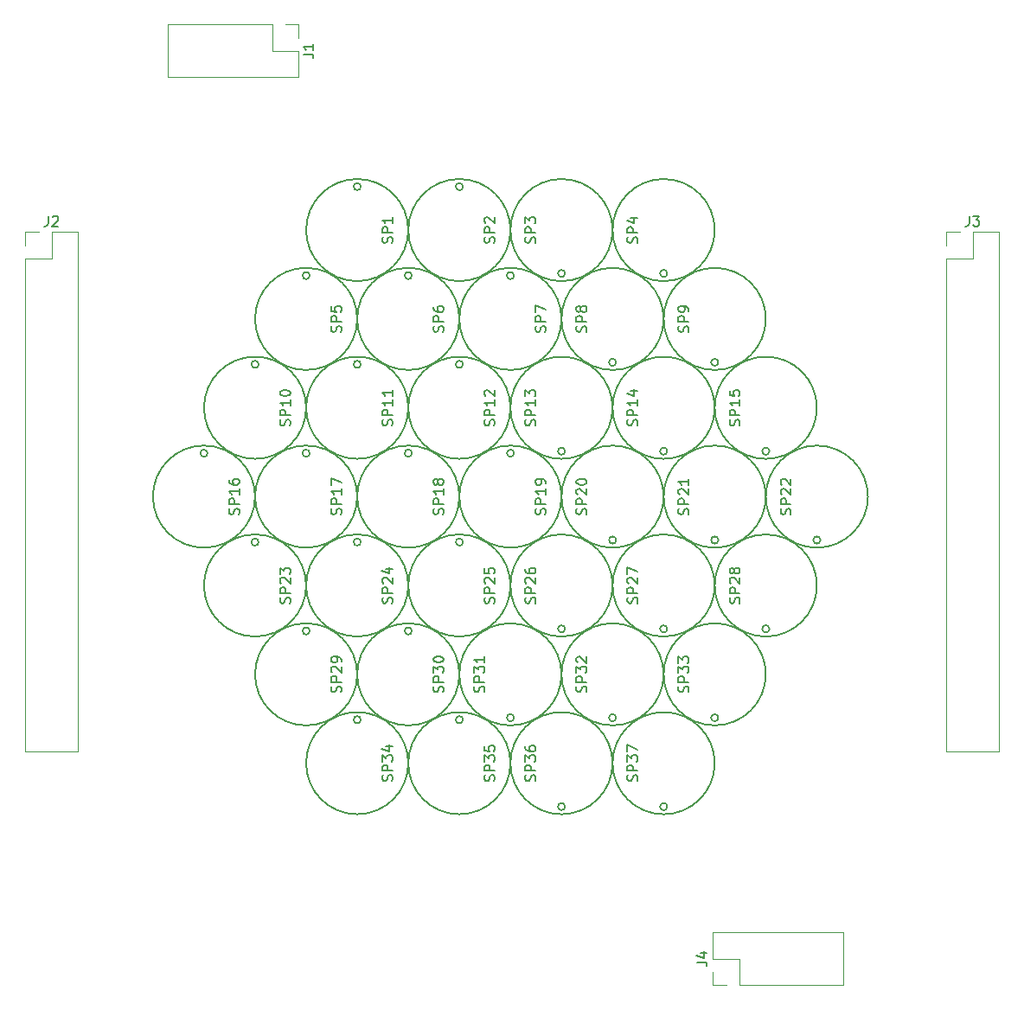
<source format=gto>
G04 #@! TF.FileFunction,Legend,Top*
%FSLAX46Y46*%
G04 Gerber Fmt 4.6, Leading zero omitted, Abs format (unit mm)*
G04 Created by KiCad (PCBNEW 4.0.7) date 10/23/17 22:32:18*
%MOMM*%
%LPD*%
G01*
G04 APERTURE LIST*
%ADD10C,0.100000*%
%ADD11C,0.150000*%
%ADD12C,0.120000*%
G04 APERTURE END LIST*
D10*
D11*
X60353553Y-54250000D02*
G75*
G03X60353553Y-54250000I-353553J0D01*
G01*
X65000000Y-50000000D02*
G75*
G03X65000000Y-50000000I-5000000J0D01*
G01*
X40353553Y-28350000D02*
G75*
G03X40353553Y-28350000I-353553J0D01*
G01*
X45000000Y-32600000D02*
G75*
G03X45000000Y-32600000I-5000000J0D01*
G01*
X35353553Y-37050000D02*
G75*
G03X35353553Y-37050000I-353553J0D01*
G01*
X40000000Y-41300000D02*
G75*
G03X40000000Y-41300000I-5000000J0D01*
G01*
X25353553Y-37050000D02*
G75*
G03X25353553Y-37050000I-353553J0D01*
G01*
X30000000Y-41300000D02*
G75*
G03X30000000Y-41300000I-5000000J0D01*
G01*
X30353553Y-28350000D02*
G75*
G03X30353553Y-28350000I-353553J0D01*
G01*
X35000000Y-32600000D02*
G75*
G03X35000000Y-32600000I-5000000J0D01*
G01*
X40353553Y-45750000D02*
G75*
G03X40353553Y-45750000I-353553J0D01*
G01*
X45000000Y-50000000D02*
G75*
G03X45000000Y-50000000I-5000000J0D01*
G01*
X40353553Y-63150000D02*
G75*
G03X40353553Y-63150000I-353553J0D01*
G01*
X45000000Y-67400000D02*
G75*
G03X45000000Y-67400000I-5000000J0D01*
G01*
X35353553Y-54450000D02*
G75*
G03X35353553Y-54450000I-353553J0D01*
G01*
X40000000Y-58700000D02*
G75*
G03X40000000Y-58700000I-5000000J0D01*
G01*
X25353553Y-54450000D02*
G75*
G03X25353553Y-54450000I-353553J0D01*
G01*
X30000000Y-58700000D02*
G75*
G03X30000000Y-58700000I-5000000J0D01*
G01*
X30353553Y-45750000D02*
G75*
G03X30353553Y-45750000I-353553J0D01*
G01*
X35000000Y-50000000D02*
G75*
G03X35000000Y-50000000I-5000000J0D01*
G01*
X30353553Y-63150000D02*
G75*
G03X30353553Y-63150000I-353553J0D01*
G01*
X35000000Y-67400000D02*
G75*
G03X35000000Y-67400000I-5000000J0D01*
G01*
X65353553Y-80350000D02*
G75*
G03X65353553Y-80350000I-353553J0D01*
G01*
X70000000Y-76100000D02*
G75*
G03X70000000Y-76100000I-5000000J0D01*
G01*
X55353553Y-80350000D02*
G75*
G03X55353553Y-80350000I-353553J0D01*
G01*
X60000000Y-76100000D02*
G75*
G03X60000000Y-76100000I-5000000J0D01*
G01*
X45353553Y-71850000D02*
G75*
G03X45353553Y-71850000I-353553J0D01*
G01*
X50000000Y-76100000D02*
G75*
G03X50000000Y-76100000I-5000000J0D01*
G01*
X35353553Y-71850000D02*
G75*
G03X35353553Y-71850000I-353553J0D01*
G01*
X40000000Y-76100000D02*
G75*
G03X40000000Y-76100000I-5000000J0D01*
G01*
X70353553Y-71650000D02*
G75*
G03X70353553Y-71650000I-353553J0D01*
G01*
X75000000Y-67400000D02*
G75*
G03X75000000Y-67400000I-5000000J0D01*
G01*
X60353553Y-71650000D02*
G75*
G03X60353553Y-71650000I-353553J0D01*
G01*
X65000000Y-67400000D02*
G75*
G03X65000000Y-67400000I-5000000J0D01*
G01*
X50353553Y-71650000D02*
G75*
G03X50353553Y-71650000I-353553J0D01*
G01*
X55000000Y-67400000D02*
G75*
G03X55000000Y-67400000I-5000000J0D01*
G01*
X75353553Y-62950000D02*
G75*
G03X75353553Y-62950000I-353553J0D01*
G01*
X80000000Y-58700000D02*
G75*
G03X80000000Y-58700000I-5000000J0D01*
G01*
X65353553Y-62950000D02*
G75*
G03X65353553Y-62950000I-353553J0D01*
G01*
X70000000Y-58700000D02*
G75*
G03X70000000Y-58700000I-5000000J0D01*
G01*
X55353553Y-62950000D02*
G75*
G03X55353553Y-62950000I-353553J0D01*
G01*
X60000000Y-58700000D02*
G75*
G03X60000000Y-58700000I-5000000J0D01*
G01*
X45353553Y-54450000D02*
G75*
G03X45353553Y-54450000I-353553J0D01*
G01*
X50000000Y-58700000D02*
G75*
G03X50000000Y-58700000I-5000000J0D01*
G01*
X80353553Y-54250000D02*
G75*
G03X80353553Y-54250000I-353553J0D01*
G01*
X85000000Y-50000000D02*
G75*
G03X85000000Y-50000000I-5000000J0D01*
G01*
X70353553Y-54250000D02*
G75*
G03X70353553Y-54250000I-353553J0D01*
G01*
X75000000Y-50000000D02*
G75*
G03X75000000Y-50000000I-5000000J0D01*
G01*
X50353553Y-45750000D02*
G75*
G03X50353553Y-45750000I-353553J0D01*
G01*
X55000000Y-50000000D02*
G75*
G03X55000000Y-50000000I-5000000J0D01*
G01*
X20353553Y-45750000D02*
G75*
G03X20353553Y-45750000I-353553J0D01*
G01*
X25000000Y-50000000D02*
G75*
G03X25000000Y-50000000I-5000000J0D01*
G01*
X75353553Y-45550000D02*
G75*
G03X75353553Y-45550000I-353553J0D01*
G01*
X80000000Y-41300000D02*
G75*
G03X80000000Y-41300000I-5000000J0D01*
G01*
X65353553Y-45550000D02*
G75*
G03X65353553Y-45550000I-353553J0D01*
G01*
X70000000Y-41300000D02*
G75*
G03X70000000Y-41300000I-5000000J0D01*
G01*
X55353553Y-45550000D02*
G75*
G03X55353553Y-45550000I-353553J0D01*
G01*
X60000000Y-41300000D02*
G75*
G03X60000000Y-41300000I-5000000J0D01*
G01*
X45353553Y-37050000D02*
G75*
G03X45353553Y-37050000I-353553J0D01*
G01*
X50000000Y-41300000D02*
G75*
G03X50000000Y-41300000I-5000000J0D01*
G01*
X70353553Y-36850000D02*
G75*
G03X70353553Y-36850000I-353553J0D01*
G01*
X75000000Y-32600000D02*
G75*
G03X75000000Y-32600000I-5000000J0D01*
G01*
X60353553Y-36850000D02*
G75*
G03X60353553Y-36850000I-353553J0D01*
G01*
X65000000Y-32600000D02*
G75*
G03X65000000Y-32600000I-5000000J0D01*
G01*
X50353553Y-28350000D02*
G75*
G03X50353553Y-28350000I-353553J0D01*
G01*
X55000000Y-32600000D02*
G75*
G03X55000000Y-32600000I-5000000J0D01*
G01*
X65353553Y-28150000D02*
G75*
G03X65353553Y-28150000I-353553J0D01*
G01*
X70000000Y-23900000D02*
G75*
G03X70000000Y-23900000I-5000000J0D01*
G01*
X55353553Y-28150000D02*
G75*
G03X55353553Y-28150000I-353553J0D01*
G01*
X60000000Y-23900000D02*
G75*
G03X60000000Y-23900000I-5000000J0D01*
G01*
X45353553Y-19650000D02*
G75*
G03X45353553Y-19650000I-353553J0D01*
G01*
X50000000Y-23900000D02*
G75*
G03X50000000Y-23900000I-5000000J0D01*
G01*
D12*
X82610000Y-97850000D02*
X82610000Y-92650000D01*
X72390000Y-97850000D02*
X82610000Y-97850000D01*
X69790000Y-92650000D02*
X82610000Y-92650000D01*
X72390000Y-97850000D02*
X72390000Y-95250000D01*
X72390000Y-95250000D02*
X69790000Y-95250000D01*
X69790000Y-95250000D02*
X69790000Y-92650000D01*
X71120000Y-97850000D02*
X69790000Y-97850000D01*
X69790000Y-97850000D02*
X69790000Y-96520000D01*
X92650000Y-74990000D02*
X97850000Y-74990000D01*
X92650000Y-26670000D02*
X92650000Y-74990000D01*
X97850000Y-24070000D02*
X97850000Y-74990000D01*
X92650000Y-26670000D02*
X95250000Y-26670000D01*
X95250000Y-26670000D02*
X95250000Y-24070000D01*
X95250000Y-24070000D02*
X97850000Y-24070000D01*
X92650000Y-25400000D02*
X92650000Y-24070000D01*
X92650000Y-24070000D02*
X93980000Y-24070000D01*
X16450000Y-3750000D02*
X16450000Y-8950000D01*
X26670000Y-3750000D02*
X16450000Y-3750000D01*
X29270000Y-8950000D02*
X16450000Y-8950000D01*
X26670000Y-3750000D02*
X26670000Y-6350000D01*
X26670000Y-6350000D02*
X29270000Y-6350000D01*
X29270000Y-6350000D02*
X29270000Y-8950000D01*
X27940000Y-3750000D02*
X29270000Y-3750000D01*
X29270000Y-3750000D02*
X29270000Y-5080000D01*
D11*
X35353553Y-19650000D02*
G75*
G03X35353553Y-19650000I-353553J0D01*
G01*
X40000000Y-23900000D02*
G75*
G03X40000000Y-23900000I-5000000J0D01*
G01*
D12*
X2480000Y-74990000D02*
X7680000Y-74990000D01*
X2480000Y-26670000D02*
X2480000Y-74990000D01*
X7680000Y-24070000D02*
X7680000Y-74990000D01*
X2480000Y-26670000D02*
X5080000Y-26670000D01*
X5080000Y-26670000D02*
X5080000Y-24070000D01*
X5080000Y-24070000D02*
X7680000Y-24070000D01*
X2480000Y-25400000D02*
X2480000Y-24070000D01*
X2480000Y-24070000D02*
X3810000Y-24070000D01*
D11*
X57404762Y-51738095D02*
X57452381Y-51595238D01*
X57452381Y-51357142D01*
X57404762Y-51261904D01*
X57357143Y-51214285D01*
X57261905Y-51166666D01*
X57166667Y-51166666D01*
X57071429Y-51214285D01*
X57023810Y-51261904D01*
X56976190Y-51357142D01*
X56928571Y-51547619D01*
X56880952Y-51642857D01*
X56833333Y-51690476D01*
X56738095Y-51738095D01*
X56642857Y-51738095D01*
X56547619Y-51690476D01*
X56500000Y-51642857D01*
X56452381Y-51547619D01*
X56452381Y-51309523D01*
X56500000Y-51166666D01*
X57452381Y-50738095D02*
X56452381Y-50738095D01*
X56452381Y-50357142D01*
X56500000Y-50261904D01*
X56547619Y-50214285D01*
X56642857Y-50166666D01*
X56785714Y-50166666D01*
X56880952Y-50214285D01*
X56928571Y-50261904D01*
X56976190Y-50357142D01*
X56976190Y-50738095D01*
X56547619Y-49785714D02*
X56500000Y-49738095D01*
X56452381Y-49642857D01*
X56452381Y-49404761D01*
X56500000Y-49309523D01*
X56547619Y-49261904D01*
X56642857Y-49214285D01*
X56738095Y-49214285D01*
X56880952Y-49261904D01*
X57452381Y-49833333D01*
X57452381Y-49214285D01*
X56452381Y-48595238D02*
X56452381Y-48499999D01*
X56500000Y-48404761D01*
X56547619Y-48357142D01*
X56642857Y-48309523D01*
X56833333Y-48261904D01*
X57071429Y-48261904D01*
X57261905Y-48309523D01*
X57357143Y-48357142D01*
X57404762Y-48404761D01*
X57452381Y-48499999D01*
X57452381Y-48595238D01*
X57404762Y-48690476D01*
X57357143Y-48738095D01*
X57261905Y-48785714D01*
X57071429Y-48833333D01*
X56833333Y-48833333D01*
X56642857Y-48785714D01*
X56547619Y-48738095D01*
X56500000Y-48690476D01*
X56452381Y-48595238D01*
X43404762Y-33861905D02*
X43452381Y-33719048D01*
X43452381Y-33480952D01*
X43404762Y-33385714D01*
X43357143Y-33338095D01*
X43261905Y-33290476D01*
X43166667Y-33290476D01*
X43071429Y-33338095D01*
X43023810Y-33385714D01*
X42976190Y-33480952D01*
X42928571Y-33671429D01*
X42880952Y-33766667D01*
X42833333Y-33814286D01*
X42738095Y-33861905D01*
X42642857Y-33861905D01*
X42547619Y-33814286D01*
X42500000Y-33766667D01*
X42452381Y-33671429D01*
X42452381Y-33433333D01*
X42500000Y-33290476D01*
X43452381Y-32861905D02*
X42452381Y-32861905D01*
X42452381Y-32480952D01*
X42500000Y-32385714D01*
X42547619Y-32338095D01*
X42642857Y-32290476D01*
X42785714Y-32290476D01*
X42880952Y-32338095D01*
X42928571Y-32385714D01*
X42976190Y-32480952D01*
X42976190Y-32861905D01*
X42452381Y-31433333D02*
X42452381Y-31623810D01*
X42500000Y-31719048D01*
X42547619Y-31766667D01*
X42690476Y-31861905D01*
X42880952Y-31909524D01*
X43261905Y-31909524D01*
X43357143Y-31861905D01*
X43404762Y-31814286D01*
X43452381Y-31719048D01*
X43452381Y-31528571D01*
X43404762Y-31433333D01*
X43357143Y-31385714D01*
X43261905Y-31338095D01*
X43023810Y-31338095D01*
X42928571Y-31385714D01*
X42880952Y-31433333D01*
X42833333Y-31528571D01*
X42833333Y-31719048D01*
X42880952Y-31814286D01*
X42928571Y-31861905D01*
X43023810Y-31909524D01*
X38404762Y-43038095D02*
X38452381Y-42895238D01*
X38452381Y-42657142D01*
X38404762Y-42561904D01*
X38357143Y-42514285D01*
X38261905Y-42466666D01*
X38166667Y-42466666D01*
X38071429Y-42514285D01*
X38023810Y-42561904D01*
X37976190Y-42657142D01*
X37928571Y-42847619D01*
X37880952Y-42942857D01*
X37833333Y-42990476D01*
X37738095Y-43038095D01*
X37642857Y-43038095D01*
X37547619Y-42990476D01*
X37500000Y-42942857D01*
X37452381Y-42847619D01*
X37452381Y-42609523D01*
X37500000Y-42466666D01*
X38452381Y-42038095D02*
X37452381Y-42038095D01*
X37452381Y-41657142D01*
X37500000Y-41561904D01*
X37547619Y-41514285D01*
X37642857Y-41466666D01*
X37785714Y-41466666D01*
X37880952Y-41514285D01*
X37928571Y-41561904D01*
X37976190Y-41657142D01*
X37976190Y-42038095D01*
X38452381Y-40514285D02*
X38452381Y-41085714D01*
X38452381Y-40800000D02*
X37452381Y-40800000D01*
X37595238Y-40895238D01*
X37690476Y-40990476D01*
X37738095Y-41085714D01*
X38452381Y-39561904D02*
X38452381Y-40133333D01*
X38452381Y-39847619D02*
X37452381Y-39847619D01*
X37595238Y-39942857D01*
X37690476Y-40038095D01*
X37738095Y-40133333D01*
X28404762Y-43038095D02*
X28452381Y-42895238D01*
X28452381Y-42657142D01*
X28404762Y-42561904D01*
X28357143Y-42514285D01*
X28261905Y-42466666D01*
X28166667Y-42466666D01*
X28071429Y-42514285D01*
X28023810Y-42561904D01*
X27976190Y-42657142D01*
X27928571Y-42847619D01*
X27880952Y-42942857D01*
X27833333Y-42990476D01*
X27738095Y-43038095D01*
X27642857Y-43038095D01*
X27547619Y-42990476D01*
X27500000Y-42942857D01*
X27452381Y-42847619D01*
X27452381Y-42609523D01*
X27500000Y-42466666D01*
X28452381Y-42038095D02*
X27452381Y-42038095D01*
X27452381Y-41657142D01*
X27500000Y-41561904D01*
X27547619Y-41514285D01*
X27642857Y-41466666D01*
X27785714Y-41466666D01*
X27880952Y-41514285D01*
X27928571Y-41561904D01*
X27976190Y-41657142D01*
X27976190Y-42038095D01*
X28452381Y-40514285D02*
X28452381Y-41085714D01*
X28452381Y-40800000D02*
X27452381Y-40800000D01*
X27595238Y-40895238D01*
X27690476Y-40990476D01*
X27738095Y-41085714D01*
X27452381Y-39895238D02*
X27452381Y-39799999D01*
X27500000Y-39704761D01*
X27547619Y-39657142D01*
X27642857Y-39609523D01*
X27833333Y-39561904D01*
X28071429Y-39561904D01*
X28261905Y-39609523D01*
X28357143Y-39657142D01*
X28404762Y-39704761D01*
X28452381Y-39799999D01*
X28452381Y-39895238D01*
X28404762Y-39990476D01*
X28357143Y-40038095D01*
X28261905Y-40085714D01*
X28071429Y-40133333D01*
X27833333Y-40133333D01*
X27642857Y-40085714D01*
X27547619Y-40038095D01*
X27500000Y-39990476D01*
X27452381Y-39895238D01*
X33404762Y-33861905D02*
X33452381Y-33719048D01*
X33452381Y-33480952D01*
X33404762Y-33385714D01*
X33357143Y-33338095D01*
X33261905Y-33290476D01*
X33166667Y-33290476D01*
X33071429Y-33338095D01*
X33023810Y-33385714D01*
X32976190Y-33480952D01*
X32928571Y-33671429D01*
X32880952Y-33766667D01*
X32833333Y-33814286D01*
X32738095Y-33861905D01*
X32642857Y-33861905D01*
X32547619Y-33814286D01*
X32500000Y-33766667D01*
X32452381Y-33671429D01*
X32452381Y-33433333D01*
X32500000Y-33290476D01*
X33452381Y-32861905D02*
X32452381Y-32861905D01*
X32452381Y-32480952D01*
X32500000Y-32385714D01*
X32547619Y-32338095D01*
X32642857Y-32290476D01*
X32785714Y-32290476D01*
X32880952Y-32338095D01*
X32928571Y-32385714D01*
X32976190Y-32480952D01*
X32976190Y-32861905D01*
X32452381Y-31385714D02*
X32452381Y-31861905D01*
X32928571Y-31909524D01*
X32880952Y-31861905D01*
X32833333Y-31766667D01*
X32833333Y-31528571D01*
X32880952Y-31433333D01*
X32928571Y-31385714D01*
X33023810Y-31338095D01*
X33261905Y-31338095D01*
X33357143Y-31385714D01*
X33404762Y-31433333D01*
X33452381Y-31528571D01*
X33452381Y-31766667D01*
X33404762Y-31861905D01*
X33357143Y-31909524D01*
X43404762Y-51738095D02*
X43452381Y-51595238D01*
X43452381Y-51357142D01*
X43404762Y-51261904D01*
X43357143Y-51214285D01*
X43261905Y-51166666D01*
X43166667Y-51166666D01*
X43071429Y-51214285D01*
X43023810Y-51261904D01*
X42976190Y-51357142D01*
X42928571Y-51547619D01*
X42880952Y-51642857D01*
X42833333Y-51690476D01*
X42738095Y-51738095D01*
X42642857Y-51738095D01*
X42547619Y-51690476D01*
X42500000Y-51642857D01*
X42452381Y-51547619D01*
X42452381Y-51309523D01*
X42500000Y-51166666D01*
X43452381Y-50738095D02*
X42452381Y-50738095D01*
X42452381Y-50357142D01*
X42500000Y-50261904D01*
X42547619Y-50214285D01*
X42642857Y-50166666D01*
X42785714Y-50166666D01*
X42880952Y-50214285D01*
X42928571Y-50261904D01*
X42976190Y-50357142D01*
X42976190Y-50738095D01*
X43452381Y-49214285D02*
X43452381Y-49785714D01*
X43452381Y-49500000D02*
X42452381Y-49500000D01*
X42595238Y-49595238D01*
X42690476Y-49690476D01*
X42738095Y-49785714D01*
X42880952Y-48642857D02*
X42833333Y-48738095D01*
X42785714Y-48785714D01*
X42690476Y-48833333D01*
X42642857Y-48833333D01*
X42547619Y-48785714D01*
X42500000Y-48738095D01*
X42452381Y-48642857D01*
X42452381Y-48452380D01*
X42500000Y-48357142D01*
X42547619Y-48309523D01*
X42642857Y-48261904D01*
X42690476Y-48261904D01*
X42785714Y-48309523D01*
X42833333Y-48357142D01*
X42880952Y-48452380D01*
X42880952Y-48642857D01*
X42928571Y-48738095D01*
X42976190Y-48785714D01*
X43071429Y-48833333D01*
X43261905Y-48833333D01*
X43357143Y-48785714D01*
X43404762Y-48738095D01*
X43452381Y-48642857D01*
X43452381Y-48452380D01*
X43404762Y-48357142D01*
X43357143Y-48309523D01*
X43261905Y-48261904D01*
X43071429Y-48261904D01*
X42976190Y-48309523D01*
X42928571Y-48357142D01*
X42880952Y-48452380D01*
X43404762Y-69138095D02*
X43452381Y-68995238D01*
X43452381Y-68757142D01*
X43404762Y-68661904D01*
X43357143Y-68614285D01*
X43261905Y-68566666D01*
X43166667Y-68566666D01*
X43071429Y-68614285D01*
X43023810Y-68661904D01*
X42976190Y-68757142D01*
X42928571Y-68947619D01*
X42880952Y-69042857D01*
X42833333Y-69090476D01*
X42738095Y-69138095D01*
X42642857Y-69138095D01*
X42547619Y-69090476D01*
X42500000Y-69042857D01*
X42452381Y-68947619D01*
X42452381Y-68709523D01*
X42500000Y-68566666D01*
X43452381Y-68138095D02*
X42452381Y-68138095D01*
X42452381Y-67757142D01*
X42500000Y-67661904D01*
X42547619Y-67614285D01*
X42642857Y-67566666D01*
X42785714Y-67566666D01*
X42880952Y-67614285D01*
X42928571Y-67661904D01*
X42976190Y-67757142D01*
X42976190Y-68138095D01*
X42452381Y-67233333D02*
X42452381Y-66614285D01*
X42833333Y-66947619D01*
X42833333Y-66804761D01*
X42880952Y-66709523D01*
X42928571Y-66661904D01*
X43023810Y-66614285D01*
X43261905Y-66614285D01*
X43357143Y-66661904D01*
X43404762Y-66709523D01*
X43452381Y-66804761D01*
X43452381Y-67090476D01*
X43404762Y-67185714D01*
X43357143Y-67233333D01*
X42452381Y-65995238D02*
X42452381Y-65899999D01*
X42500000Y-65804761D01*
X42547619Y-65757142D01*
X42642857Y-65709523D01*
X42833333Y-65661904D01*
X43071429Y-65661904D01*
X43261905Y-65709523D01*
X43357143Y-65757142D01*
X43404762Y-65804761D01*
X43452381Y-65899999D01*
X43452381Y-65995238D01*
X43404762Y-66090476D01*
X43357143Y-66138095D01*
X43261905Y-66185714D01*
X43071429Y-66233333D01*
X42833333Y-66233333D01*
X42642857Y-66185714D01*
X42547619Y-66138095D01*
X42500000Y-66090476D01*
X42452381Y-65995238D01*
X38404762Y-60438095D02*
X38452381Y-60295238D01*
X38452381Y-60057142D01*
X38404762Y-59961904D01*
X38357143Y-59914285D01*
X38261905Y-59866666D01*
X38166667Y-59866666D01*
X38071429Y-59914285D01*
X38023810Y-59961904D01*
X37976190Y-60057142D01*
X37928571Y-60247619D01*
X37880952Y-60342857D01*
X37833333Y-60390476D01*
X37738095Y-60438095D01*
X37642857Y-60438095D01*
X37547619Y-60390476D01*
X37500000Y-60342857D01*
X37452381Y-60247619D01*
X37452381Y-60009523D01*
X37500000Y-59866666D01*
X38452381Y-59438095D02*
X37452381Y-59438095D01*
X37452381Y-59057142D01*
X37500000Y-58961904D01*
X37547619Y-58914285D01*
X37642857Y-58866666D01*
X37785714Y-58866666D01*
X37880952Y-58914285D01*
X37928571Y-58961904D01*
X37976190Y-59057142D01*
X37976190Y-59438095D01*
X37547619Y-58485714D02*
X37500000Y-58438095D01*
X37452381Y-58342857D01*
X37452381Y-58104761D01*
X37500000Y-58009523D01*
X37547619Y-57961904D01*
X37642857Y-57914285D01*
X37738095Y-57914285D01*
X37880952Y-57961904D01*
X38452381Y-58533333D01*
X38452381Y-57914285D01*
X37785714Y-57057142D02*
X38452381Y-57057142D01*
X37404762Y-57295238D02*
X38119048Y-57533333D01*
X38119048Y-56914285D01*
X28404762Y-60438095D02*
X28452381Y-60295238D01*
X28452381Y-60057142D01*
X28404762Y-59961904D01*
X28357143Y-59914285D01*
X28261905Y-59866666D01*
X28166667Y-59866666D01*
X28071429Y-59914285D01*
X28023810Y-59961904D01*
X27976190Y-60057142D01*
X27928571Y-60247619D01*
X27880952Y-60342857D01*
X27833333Y-60390476D01*
X27738095Y-60438095D01*
X27642857Y-60438095D01*
X27547619Y-60390476D01*
X27500000Y-60342857D01*
X27452381Y-60247619D01*
X27452381Y-60009523D01*
X27500000Y-59866666D01*
X28452381Y-59438095D02*
X27452381Y-59438095D01*
X27452381Y-59057142D01*
X27500000Y-58961904D01*
X27547619Y-58914285D01*
X27642857Y-58866666D01*
X27785714Y-58866666D01*
X27880952Y-58914285D01*
X27928571Y-58961904D01*
X27976190Y-59057142D01*
X27976190Y-59438095D01*
X27547619Y-58485714D02*
X27500000Y-58438095D01*
X27452381Y-58342857D01*
X27452381Y-58104761D01*
X27500000Y-58009523D01*
X27547619Y-57961904D01*
X27642857Y-57914285D01*
X27738095Y-57914285D01*
X27880952Y-57961904D01*
X28452381Y-58533333D01*
X28452381Y-57914285D01*
X27452381Y-57580952D02*
X27452381Y-56961904D01*
X27833333Y-57295238D01*
X27833333Y-57152380D01*
X27880952Y-57057142D01*
X27928571Y-57009523D01*
X28023810Y-56961904D01*
X28261905Y-56961904D01*
X28357143Y-57009523D01*
X28404762Y-57057142D01*
X28452381Y-57152380D01*
X28452381Y-57438095D01*
X28404762Y-57533333D01*
X28357143Y-57580952D01*
X33404762Y-51738095D02*
X33452381Y-51595238D01*
X33452381Y-51357142D01*
X33404762Y-51261904D01*
X33357143Y-51214285D01*
X33261905Y-51166666D01*
X33166667Y-51166666D01*
X33071429Y-51214285D01*
X33023810Y-51261904D01*
X32976190Y-51357142D01*
X32928571Y-51547619D01*
X32880952Y-51642857D01*
X32833333Y-51690476D01*
X32738095Y-51738095D01*
X32642857Y-51738095D01*
X32547619Y-51690476D01*
X32500000Y-51642857D01*
X32452381Y-51547619D01*
X32452381Y-51309523D01*
X32500000Y-51166666D01*
X33452381Y-50738095D02*
X32452381Y-50738095D01*
X32452381Y-50357142D01*
X32500000Y-50261904D01*
X32547619Y-50214285D01*
X32642857Y-50166666D01*
X32785714Y-50166666D01*
X32880952Y-50214285D01*
X32928571Y-50261904D01*
X32976190Y-50357142D01*
X32976190Y-50738095D01*
X33452381Y-49214285D02*
X33452381Y-49785714D01*
X33452381Y-49500000D02*
X32452381Y-49500000D01*
X32595238Y-49595238D01*
X32690476Y-49690476D01*
X32738095Y-49785714D01*
X32452381Y-48880952D02*
X32452381Y-48214285D01*
X33452381Y-48642857D01*
X33404762Y-69138095D02*
X33452381Y-68995238D01*
X33452381Y-68757142D01*
X33404762Y-68661904D01*
X33357143Y-68614285D01*
X33261905Y-68566666D01*
X33166667Y-68566666D01*
X33071429Y-68614285D01*
X33023810Y-68661904D01*
X32976190Y-68757142D01*
X32928571Y-68947619D01*
X32880952Y-69042857D01*
X32833333Y-69090476D01*
X32738095Y-69138095D01*
X32642857Y-69138095D01*
X32547619Y-69090476D01*
X32500000Y-69042857D01*
X32452381Y-68947619D01*
X32452381Y-68709523D01*
X32500000Y-68566666D01*
X33452381Y-68138095D02*
X32452381Y-68138095D01*
X32452381Y-67757142D01*
X32500000Y-67661904D01*
X32547619Y-67614285D01*
X32642857Y-67566666D01*
X32785714Y-67566666D01*
X32880952Y-67614285D01*
X32928571Y-67661904D01*
X32976190Y-67757142D01*
X32976190Y-68138095D01*
X32547619Y-67185714D02*
X32500000Y-67138095D01*
X32452381Y-67042857D01*
X32452381Y-66804761D01*
X32500000Y-66709523D01*
X32547619Y-66661904D01*
X32642857Y-66614285D01*
X32738095Y-66614285D01*
X32880952Y-66661904D01*
X33452381Y-67233333D01*
X33452381Y-66614285D01*
X33452381Y-66138095D02*
X33452381Y-65947619D01*
X33404762Y-65852380D01*
X33357143Y-65804761D01*
X33214286Y-65709523D01*
X33023810Y-65661904D01*
X32642857Y-65661904D01*
X32547619Y-65709523D01*
X32500000Y-65757142D01*
X32452381Y-65852380D01*
X32452381Y-66042857D01*
X32500000Y-66138095D01*
X32547619Y-66185714D01*
X32642857Y-66233333D01*
X32880952Y-66233333D01*
X32976190Y-66185714D01*
X33023810Y-66138095D01*
X33071429Y-66042857D01*
X33071429Y-65852380D01*
X33023810Y-65757142D01*
X32976190Y-65709523D01*
X32880952Y-65661904D01*
X62404762Y-77838095D02*
X62452381Y-77695238D01*
X62452381Y-77457142D01*
X62404762Y-77361904D01*
X62357143Y-77314285D01*
X62261905Y-77266666D01*
X62166667Y-77266666D01*
X62071429Y-77314285D01*
X62023810Y-77361904D01*
X61976190Y-77457142D01*
X61928571Y-77647619D01*
X61880952Y-77742857D01*
X61833333Y-77790476D01*
X61738095Y-77838095D01*
X61642857Y-77838095D01*
X61547619Y-77790476D01*
X61500000Y-77742857D01*
X61452381Y-77647619D01*
X61452381Y-77409523D01*
X61500000Y-77266666D01*
X62452381Y-76838095D02*
X61452381Y-76838095D01*
X61452381Y-76457142D01*
X61500000Y-76361904D01*
X61547619Y-76314285D01*
X61642857Y-76266666D01*
X61785714Y-76266666D01*
X61880952Y-76314285D01*
X61928571Y-76361904D01*
X61976190Y-76457142D01*
X61976190Y-76838095D01*
X61452381Y-75933333D02*
X61452381Y-75314285D01*
X61833333Y-75647619D01*
X61833333Y-75504761D01*
X61880952Y-75409523D01*
X61928571Y-75361904D01*
X62023810Y-75314285D01*
X62261905Y-75314285D01*
X62357143Y-75361904D01*
X62404762Y-75409523D01*
X62452381Y-75504761D01*
X62452381Y-75790476D01*
X62404762Y-75885714D01*
X62357143Y-75933333D01*
X61452381Y-74980952D02*
X61452381Y-74314285D01*
X62452381Y-74742857D01*
X52404762Y-77838095D02*
X52452381Y-77695238D01*
X52452381Y-77457142D01*
X52404762Y-77361904D01*
X52357143Y-77314285D01*
X52261905Y-77266666D01*
X52166667Y-77266666D01*
X52071429Y-77314285D01*
X52023810Y-77361904D01*
X51976190Y-77457142D01*
X51928571Y-77647619D01*
X51880952Y-77742857D01*
X51833333Y-77790476D01*
X51738095Y-77838095D01*
X51642857Y-77838095D01*
X51547619Y-77790476D01*
X51500000Y-77742857D01*
X51452381Y-77647619D01*
X51452381Y-77409523D01*
X51500000Y-77266666D01*
X52452381Y-76838095D02*
X51452381Y-76838095D01*
X51452381Y-76457142D01*
X51500000Y-76361904D01*
X51547619Y-76314285D01*
X51642857Y-76266666D01*
X51785714Y-76266666D01*
X51880952Y-76314285D01*
X51928571Y-76361904D01*
X51976190Y-76457142D01*
X51976190Y-76838095D01*
X51452381Y-75933333D02*
X51452381Y-75314285D01*
X51833333Y-75647619D01*
X51833333Y-75504761D01*
X51880952Y-75409523D01*
X51928571Y-75361904D01*
X52023810Y-75314285D01*
X52261905Y-75314285D01*
X52357143Y-75361904D01*
X52404762Y-75409523D01*
X52452381Y-75504761D01*
X52452381Y-75790476D01*
X52404762Y-75885714D01*
X52357143Y-75933333D01*
X51452381Y-74457142D02*
X51452381Y-74647619D01*
X51500000Y-74742857D01*
X51547619Y-74790476D01*
X51690476Y-74885714D01*
X51880952Y-74933333D01*
X52261905Y-74933333D01*
X52357143Y-74885714D01*
X52404762Y-74838095D01*
X52452381Y-74742857D01*
X52452381Y-74552380D01*
X52404762Y-74457142D01*
X52357143Y-74409523D01*
X52261905Y-74361904D01*
X52023810Y-74361904D01*
X51928571Y-74409523D01*
X51880952Y-74457142D01*
X51833333Y-74552380D01*
X51833333Y-74742857D01*
X51880952Y-74838095D01*
X51928571Y-74885714D01*
X52023810Y-74933333D01*
X48404762Y-77838095D02*
X48452381Y-77695238D01*
X48452381Y-77457142D01*
X48404762Y-77361904D01*
X48357143Y-77314285D01*
X48261905Y-77266666D01*
X48166667Y-77266666D01*
X48071429Y-77314285D01*
X48023810Y-77361904D01*
X47976190Y-77457142D01*
X47928571Y-77647619D01*
X47880952Y-77742857D01*
X47833333Y-77790476D01*
X47738095Y-77838095D01*
X47642857Y-77838095D01*
X47547619Y-77790476D01*
X47500000Y-77742857D01*
X47452381Y-77647619D01*
X47452381Y-77409523D01*
X47500000Y-77266666D01*
X48452381Y-76838095D02*
X47452381Y-76838095D01*
X47452381Y-76457142D01*
X47500000Y-76361904D01*
X47547619Y-76314285D01*
X47642857Y-76266666D01*
X47785714Y-76266666D01*
X47880952Y-76314285D01*
X47928571Y-76361904D01*
X47976190Y-76457142D01*
X47976190Y-76838095D01*
X47452381Y-75933333D02*
X47452381Y-75314285D01*
X47833333Y-75647619D01*
X47833333Y-75504761D01*
X47880952Y-75409523D01*
X47928571Y-75361904D01*
X48023810Y-75314285D01*
X48261905Y-75314285D01*
X48357143Y-75361904D01*
X48404762Y-75409523D01*
X48452381Y-75504761D01*
X48452381Y-75790476D01*
X48404762Y-75885714D01*
X48357143Y-75933333D01*
X47452381Y-74409523D02*
X47452381Y-74885714D01*
X47928571Y-74933333D01*
X47880952Y-74885714D01*
X47833333Y-74790476D01*
X47833333Y-74552380D01*
X47880952Y-74457142D01*
X47928571Y-74409523D01*
X48023810Y-74361904D01*
X48261905Y-74361904D01*
X48357143Y-74409523D01*
X48404762Y-74457142D01*
X48452381Y-74552380D01*
X48452381Y-74790476D01*
X48404762Y-74885714D01*
X48357143Y-74933333D01*
X38404762Y-77838095D02*
X38452381Y-77695238D01*
X38452381Y-77457142D01*
X38404762Y-77361904D01*
X38357143Y-77314285D01*
X38261905Y-77266666D01*
X38166667Y-77266666D01*
X38071429Y-77314285D01*
X38023810Y-77361904D01*
X37976190Y-77457142D01*
X37928571Y-77647619D01*
X37880952Y-77742857D01*
X37833333Y-77790476D01*
X37738095Y-77838095D01*
X37642857Y-77838095D01*
X37547619Y-77790476D01*
X37500000Y-77742857D01*
X37452381Y-77647619D01*
X37452381Y-77409523D01*
X37500000Y-77266666D01*
X38452381Y-76838095D02*
X37452381Y-76838095D01*
X37452381Y-76457142D01*
X37500000Y-76361904D01*
X37547619Y-76314285D01*
X37642857Y-76266666D01*
X37785714Y-76266666D01*
X37880952Y-76314285D01*
X37928571Y-76361904D01*
X37976190Y-76457142D01*
X37976190Y-76838095D01*
X37452381Y-75933333D02*
X37452381Y-75314285D01*
X37833333Y-75647619D01*
X37833333Y-75504761D01*
X37880952Y-75409523D01*
X37928571Y-75361904D01*
X38023810Y-75314285D01*
X38261905Y-75314285D01*
X38357143Y-75361904D01*
X38404762Y-75409523D01*
X38452381Y-75504761D01*
X38452381Y-75790476D01*
X38404762Y-75885714D01*
X38357143Y-75933333D01*
X37785714Y-74457142D02*
X38452381Y-74457142D01*
X37404762Y-74695238D02*
X38119048Y-74933333D01*
X38119048Y-74314285D01*
X67404762Y-69138095D02*
X67452381Y-68995238D01*
X67452381Y-68757142D01*
X67404762Y-68661904D01*
X67357143Y-68614285D01*
X67261905Y-68566666D01*
X67166667Y-68566666D01*
X67071429Y-68614285D01*
X67023810Y-68661904D01*
X66976190Y-68757142D01*
X66928571Y-68947619D01*
X66880952Y-69042857D01*
X66833333Y-69090476D01*
X66738095Y-69138095D01*
X66642857Y-69138095D01*
X66547619Y-69090476D01*
X66500000Y-69042857D01*
X66452381Y-68947619D01*
X66452381Y-68709523D01*
X66500000Y-68566666D01*
X67452381Y-68138095D02*
X66452381Y-68138095D01*
X66452381Y-67757142D01*
X66500000Y-67661904D01*
X66547619Y-67614285D01*
X66642857Y-67566666D01*
X66785714Y-67566666D01*
X66880952Y-67614285D01*
X66928571Y-67661904D01*
X66976190Y-67757142D01*
X66976190Y-68138095D01*
X66452381Y-67233333D02*
X66452381Y-66614285D01*
X66833333Y-66947619D01*
X66833333Y-66804761D01*
X66880952Y-66709523D01*
X66928571Y-66661904D01*
X67023810Y-66614285D01*
X67261905Y-66614285D01*
X67357143Y-66661904D01*
X67404762Y-66709523D01*
X67452381Y-66804761D01*
X67452381Y-67090476D01*
X67404762Y-67185714D01*
X67357143Y-67233333D01*
X66452381Y-66280952D02*
X66452381Y-65661904D01*
X66833333Y-65995238D01*
X66833333Y-65852380D01*
X66880952Y-65757142D01*
X66928571Y-65709523D01*
X67023810Y-65661904D01*
X67261905Y-65661904D01*
X67357143Y-65709523D01*
X67404762Y-65757142D01*
X67452381Y-65852380D01*
X67452381Y-66138095D01*
X67404762Y-66233333D01*
X67357143Y-66280952D01*
X57404762Y-69138095D02*
X57452381Y-68995238D01*
X57452381Y-68757142D01*
X57404762Y-68661904D01*
X57357143Y-68614285D01*
X57261905Y-68566666D01*
X57166667Y-68566666D01*
X57071429Y-68614285D01*
X57023810Y-68661904D01*
X56976190Y-68757142D01*
X56928571Y-68947619D01*
X56880952Y-69042857D01*
X56833333Y-69090476D01*
X56738095Y-69138095D01*
X56642857Y-69138095D01*
X56547619Y-69090476D01*
X56500000Y-69042857D01*
X56452381Y-68947619D01*
X56452381Y-68709523D01*
X56500000Y-68566666D01*
X57452381Y-68138095D02*
X56452381Y-68138095D01*
X56452381Y-67757142D01*
X56500000Y-67661904D01*
X56547619Y-67614285D01*
X56642857Y-67566666D01*
X56785714Y-67566666D01*
X56880952Y-67614285D01*
X56928571Y-67661904D01*
X56976190Y-67757142D01*
X56976190Y-68138095D01*
X56452381Y-67233333D02*
X56452381Y-66614285D01*
X56833333Y-66947619D01*
X56833333Y-66804761D01*
X56880952Y-66709523D01*
X56928571Y-66661904D01*
X57023810Y-66614285D01*
X57261905Y-66614285D01*
X57357143Y-66661904D01*
X57404762Y-66709523D01*
X57452381Y-66804761D01*
X57452381Y-67090476D01*
X57404762Y-67185714D01*
X57357143Y-67233333D01*
X56547619Y-66233333D02*
X56500000Y-66185714D01*
X56452381Y-66090476D01*
X56452381Y-65852380D01*
X56500000Y-65757142D01*
X56547619Y-65709523D01*
X56642857Y-65661904D01*
X56738095Y-65661904D01*
X56880952Y-65709523D01*
X57452381Y-66280952D01*
X57452381Y-65661904D01*
X47404762Y-69138095D02*
X47452381Y-68995238D01*
X47452381Y-68757142D01*
X47404762Y-68661904D01*
X47357143Y-68614285D01*
X47261905Y-68566666D01*
X47166667Y-68566666D01*
X47071429Y-68614285D01*
X47023810Y-68661904D01*
X46976190Y-68757142D01*
X46928571Y-68947619D01*
X46880952Y-69042857D01*
X46833333Y-69090476D01*
X46738095Y-69138095D01*
X46642857Y-69138095D01*
X46547619Y-69090476D01*
X46500000Y-69042857D01*
X46452381Y-68947619D01*
X46452381Y-68709523D01*
X46500000Y-68566666D01*
X47452381Y-68138095D02*
X46452381Y-68138095D01*
X46452381Y-67757142D01*
X46500000Y-67661904D01*
X46547619Y-67614285D01*
X46642857Y-67566666D01*
X46785714Y-67566666D01*
X46880952Y-67614285D01*
X46928571Y-67661904D01*
X46976190Y-67757142D01*
X46976190Y-68138095D01*
X46452381Y-67233333D02*
X46452381Y-66614285D01*
X46833333Y-66947619D01*
X46833333Y-66804761D01*
X46880952Y-66709523D01*
X46928571Y-66661904D01*
X47023810Y-66614285D01*
X47261905Y-66614285D01*
X47357143Y-66661904D01*
X47404762Y-66709523D01*
X47452381Y-66804761D01*
X47452381Y-67090476D01*
X47404762Y-67185714D01*
X47357143Y-67233333D01*
X47452381Y-65661904D02*
X47452381Y-66233333D01*
X47452381Y-65947619D02*
X46452381Y-65947619D01*
X46595238Y-66042857D01*
X46690476Y-66138095D01*
X46738095Y-66233333D01*
X72404762Y-60438095D02*
X72452381Y-60295238D01*
X72452381Y-60057142D01*
X72404762Y-59961904D01*
X72357143Y-59914285D01*
X72261905Y-59866666D01*
X72166667Y-59866666D01*
X72071429Y-59914285D01*
X72023810Y-59961904D01*
X71976190Y-60057142D01*
X71928571Y-60247619D01*
X71880952Y-60342857D01*
X71833333Y-60390476D01*
X71738095Y-60438095D01*
X71642857Y-60438095D01*
X71547619Y-60390476D01*
X71500000Y-60342857D01*
X71452381Y-60247619D01*
X71452381Y-60009523D01*
X71500000Y-59866666D01*
X72452381Y-59438095D02*
X71452381Y-59438095D01*
X71452381Y-59057142D01*
X71500000Y-58961904D01*
X71547619Y-58914285D01*
X71642857Y-58866666D01*
X71785714Y-58866666D01*
X71880952Y-58914285D01*
X71928571Y-58961904D01*
X71976190Y-59057142D01*
X71976190Y-59438095D01*
X71547619Y-58485714D02*
X71500000Y-58438095D01*
X71452381Y-58342857D01*
X71452381Y-58104761D01*
X71500000Y-58009523D01*
X71547619Y-57961904D01*
X71642857Y-57914285D01*
X71738095Y-57914285D01*
X71880952Y-57961904D01*
X72452381Y-58533333D01*
X72452381Y-57914285D01*
X71880952Y-57342857D02*
X71833333Y-57438095D01*
X71785714Y-57485714D01*
X71690476Y-57533333D01*
X71642857Y-57533333D01*
X71547619Y-57485714D01*
X71500000Y-57438095D01*
X71452381Y-57342857D01*
X71452381Y-57152380D01*
X71500000Y-57057142D01*
X71547619Y-57009523D01*
X71642857Y-56961904D01*
X71690476Y-56961904D01*
X71785714Y-57009523D01*
X71833333Y-57057142D01*
X71880952Y-57152380D01*
X71880952Y-57342857D01*
X71928571Y-57438095D01*
X71976190Y-57485714D01*
X72071429Y-57533333D01*
X72261905Y-57533333D01*
X72357143Y-57485714D01*
X72404762Y-57438095D01*
X72452381Y-57342857D01*
X72452381Y-57152380D01*
X72404762Y-57057142D01*
X72357143Y-57009523D01*
X72261905Y-56961904D01*
X72071429Y-56961904D01*
X71976190Y-57009523D01*
X71928571Y-57057142D01*
X71880952Y-57152380D01*
X62404762Y-60438095D02*
X62452381Y-60295238D01*
X62452381Y-60057142D01*
X62404762Y-59961904D01*
X62357143Y-59914285D01*
X62261905Y-59866666D01*
X62166667Y-59866666D01*
X62071429Y-59914285D01*
X62023810Y-59961904D01*
X61976190Y-60057142D01*
X61928571Y-60247619D01*
X61880952Y-60342857D01*
X61833333Y-60390476D01*
X61738095Y-60438095D01*
X61642857Y-60438095D01*
X61547619Y-60390476D01*
X61500000Y-60342857D01*
X61452381Y-60247619D01*
X61452381Y-60009523D01*
X61500000Y-59866666D01*
X62452381Y-59438095D02*
X61452381Y-59438095D01*
X61452381Y-59057142D01*
X61500000Y-58961904D01*
X61547619Y-58914285D01*
X61642857Y-58866666D01*
X61785714Y-58866666D01*
X61880952Y-58914285D01*
X61928571Y-58961904D01*
X61976190Y-59057142D01*
X61976190Y-59438095D01*
X61547619Y-58485714D02*
X61500000Y-58438095D01*
X61452381Y-58342857D01*
X61452381Y-58104761D01*
X61500000Y-58009523D01*
X61547619Y-57961904D01*
X61642857Y-57914285D01*
X61738095Y-57914285D01*
X61880952Y-57961904D01*
X62452381Y-58533333D01*
X62452381Y-57914285D01*
X61452381Y-57580952D02*
X61452381Y-56914285D01*
X62452381Y-57342857D01*
X52404762Y-60438095D02*
X52452381Y-60295238D01*
X52452381Y-60057142D01*
X52404762Y-59961904D01*
X52357143Y-59914285D01*
X52261905Y-59866666D01*
X52166667Y-59866666D01*
X52071429Y-59914285D01*
X52023810Y-59961904D01*
X51976190Y-60057142D01*
X51928571Y-60247619D01*
X51880952Y-60342857D01*
X51833333Y-60390476D01*
X51738095Y-60438095D01*
X51642857Y-60438095D01*
X51547619Y-60390476D01*
X51500000Y-60342857D01*
X51452381Y-60247619D01*
X51452381Y-60009523D01*
X51500000Y-59866666D01*
X52452381Y-59438095D02*
X51452381Y-59438095D01*
X51452381Y-59057142D01*
X51500000Y-58961904D01*
X51547619Y-58914285D01*
X51642857Y-58866666D01*
X51785714Y-58866666D01*
X51880952Y-58914285D01*
X51928571Y-58961904D01*
X51976190Y-59057142D01*
X51976190Y-59438095D01*
X51547619Y-58485714D02*
X51500000Y-58438095D01*
X51452381Y-58342857D01*
X51452381Y-58104761D01*
X51500000Y-58009523D01*
X51547619Y-57961904D01*
X51642857Y-57914285D01*
X51738095Y-57914285D01*
X51880952Y-57961904D01*
X52452381Y-58533333D01*
X52452381Y-57914285D01*
X51452381Y-57057142D02*
X51452381Y-57247619D01*
X51500000Y-57342857D01*
X51547619Y-57390476D01*
X51690476Y-57485714D01*
X51880952Y-57533333D01*
X52261905Y-57533333D01*
X52357143Y-57485714D01*
X52404762Y-57438095D01*
X52452381Y-57342857D01*
X52452381Y-57152380D01*
X52404762Y-57057142D01*
X52357143Y-57009523D01*
X52261905Y-56961904D01*
X52023810Y-56961904D01*
X51928571Y-57009523D01*
X51880952Y-57057142D01*
X51833333Y-57152380D01*
X51833333Y-57342857D01*
X51880952Y-57438095D01*
X51928571Y-57485714D01*
X52023810Y-57533333D01*
X48404762Y-60438095D02*
X48452381Y-60295238D01*
X48452381Y-60057142D01*
X48404762Y-59961904D01*
X48357143Y-59914285D01*
X48261905Y-59866666D01*
X48166667Y-59866666D01*
X48071429Y-59914285D01*
X48023810Y-59961904D01*
X47976190Y-60057142D01*
X47928571Y-60247619D01*
X47880952Y-60342857D01*
X47833333Y-60390476D01*
X47738095Y-60438095D01*
X47642857Y-60438095D01*
X47547619Y-60390476D01*
X47500000Y-60342857D01*
X47452381Y-60247619D01*
X47452381Y-60009523D01*
X47500000Y-59866666D01*
X48452381Y-59438095D02*
X47452381Y-59438095D01*
X47452381Y-59057142D01*
X47500000Y-58961904D01*
X47547619Y-58914285D01*
X47642857Y-58866666D01*
X47785714Y-58866666D01*
X47880952Y-58914285D01*
X47928571Y-58961904D01*
X47976190Y-59057142D01*
X47976190Y-59438095D01*
X47547619Y-58485714D02*
X47500000Y-58438095D01*
X47452381Y-58342857D01*
X47452381Y-58104761D01*
X47500000Y-58009523D01*
X47547619Y-57961904D01*
X47642857Y-57914285D01*
X47738095Y-57914285D01*
X47880952Y-57961904D01*
X48452381Y-58533333D01*
X48452381Y-57914285D01*
X47452381Y-57009523D02*
X47452381Y-57485714D01*
X47928571Y-57533333D01*
X47880952Y-57485714D01*
X47833333Y-57390476D01*
X47833333Y-57152380D01*
X47880952Y-57057142D01*
X47928571Y-57009523D01*
X48023810Y-56961904D01*
X48261905Y-56961904D01*
X48357143Y-57009523D01*
X48404762Y-57057142D01*
X48452381Y-57152380D01*
X48452381Y-57390476D01*
X48404762Y-57485714D01*
X48357143Y-57533333D01*
X77404762Y-51738095D02*
X77452381Y-51595238D01*
X77452381Y-51357142D01*
X77404762Y-51261904D01*
X77357143Y-51214285D01*
X77261905Y-51166666D01*
X77166667Y-51166666D01*
X77071429Y-51214285D01*
X77023810Y-51261904D01*
X76976190Y-51357142D01*
X76928571Y-51547619D01*
X76880952Y-51642857D01*
X76833333Y-51690476D01*
X76738095Y-51738095D01*
X76642857Y-51738095D01*
X76547619Y-51690476D01*
X76500000Y-51642857D01*
X76452381Y-51547619D01*
X76452381Y-51309523D01*
X76500000Y-51166666D01*
X77452381Y-50738095D02*
X76452381Y-50738095D01*
X76452381Y-50357142D01*
X76500000Y-50261904D01*
X76547619Y-50214285D01*
X76642857Y-50166666D01*
X76785714Y-50166666D01*
X76880952Y-50214285D01*
X76928571Y-50261904D01*
X76976190Y-50357142D01*
X76976190Y-50738095D01*
X76547619Y-49785714D02*
X76500000Y-49738095D01*
X76452381Y-49642857D01*
X76452381Y-49404761D01*
X76500000Y-49309523D01*
X76547619Y-49261904D01*
X76642857Y-49214285D01*
X76738095Y-49214285D01*
X76880952Y-49261904D01*
X77452381Y-49833333D01*
X77452381Y-49214285D01*
X76547619Y-48833333D02*
X76500000Y-48785714D01*
X76452381Y-48690476D01*
X76452381Y-48452380D01*
X76500000Y-48357142D01*
X76547619Y-48309523D01*
X76642857Y-48261904D01*
X76738095Y-48261904D01*
X76880952Y-48309523D01*
X77452381Y-48880952D01*
X77452381Y-48261904D01*
X67404762Y-51738095D02*
X67452381Y-51595238D01*
X67452381Y-51357142D01*
X67404762Y-51261904D01*
X67357143Y-51214285D01*
X67261905Y-51166666D01*
X67166667Y-51166666D01*
X67071429Y-51214285D01*
X67023810Y-51261904D01*
X66976190Y-51357142D01*
X66928571Y-51547619D01*
X66880952Y-51642857D01*
X66833333Y-51690476D01*
X66738095Y-51738095D01*
X66642857Y-51738095D01*
X66547619Y-51690476D01*
X66500000Y-51642857D01*
X66452381Y-51547619D01*
X66452381Y-51309523D01*
X66500000Y-51166666D01*
X67452381Y-50738095D02*
X66452381Y-50738095D01*
X66452381Y-50357142D01*
X66500000Y-50261904D01*
X66547619Y-50214285D01*
X66642857Y-50166666D01*
X66785714Y-50166666D01*
X66880952Y-50214285D01*
X66928571Y-50261904D01*
X66976190Y-50357142D01*
X66976190Y-50738095D01*
X66547619Y-49785714D02*
X66500000Y-49738095D01*
X66452381Y-49642857D01*
X66452381Y-49404761D01*
X66500000Y-49309523D01*
X66547619Y-49261904D01*
X66642857Y-49214285D01*
X66738095Y-49214285D01*
X66880952Y-49261904D01*
X67452381Y-49833333D01*
X67452381Y-49214285D01*
X67452381Y-48261904D02*
X67452381Y-48833333D01*
X67452381Y-48547619D02*
X66452381Y-48547619D01*
X66595238Y-48642857D01*
X66690476Y-48738095D01*
X66738095Y-48833333D01*
X53404762Y-51738095D02*
X53452381Y-51595238D01*
X53452381Y-51357142D01*
X53404762Y-51261904D01*
X53357143Y-51214285D01*
X53261905Y-51166666D01*
X53166667Y-51166666D01*
X53071429Y-51214285D01*
X53023810Y-51261904D01*
X52976190Y-51357142D01*
X52928571Y-51547619D01*
X52880952Y-51642857D01*
X52833333Y-51690476D01*
X52738095Y-51738095D01*
X52642857Y-51738095D01*
X52547619Y-51690476D01*
X52500000Y-51642857D01*
X52452381Y-51547619D01*
X52452381Y-51309523D01*
X52500000Y-51166666D01*
X53452381Y-50738095D02*
X52452381Y-50738095D01*
X52452381Y-50357142D01*
X52500000Y-50261904D01*
X52547619Y-50214285D01*
X52642857Y-50166666D01*
X52785714Y-50166666D01*
X52880952Y-50214285D01*
X52928571Y-50261904D01*
X52976190Y-50357142D01*
X52976190Y-50738095D01*
X53452381Y-49214285D02*
X53452381Y-49785714D01*
X53452381Y-49500000D02*
X52452381Y-49500000D01*
X52595238Y-49595238D01*
X52690476Y-49690476D01*
X52738095Y-49785714D01*
X53452381Y-48738095D02*
X53452381Y-48547619D01*
X53404762Y-48452380D01*
X53357143Y-48404761D01*
X53214286Y-48309523D01*
X53023810Y-48261904D01*
X52642857Y-48261904D01*
X52547619Y-48309523D01*
X52500000Y-48357142D01*
X52452381Y-48452380D01*
X52452381Y-48642857D01*
X52500000Y-48738095D01*
X52547619Y-48785714D01*
X52642857Y-48833333D01*
X52880952Y-48833333D01*
X52976190Y-48785714D01*
X53023810Y-48738095D01*
X53071429Y-48642857D01*
X53071429Y-48452380D01*
X53023810Y-48357142D01*
X52976190Y-48309523D01*
X52880952Y-48261904D01*
X23404762Y-51738095D02*
X23452381Y-51595238D01*
X23452381Y-51357142D01*
X23404762Y-51261904D01*
X23357143Y-51214285D01*
X23261905Y-51166666D01*
X23166667Y-51166666D01*
X23071429Y-51214285D01*
X23023810Y-51261904D01*
X22976190Y-51357142D01*
X22928571Y-51547619D01*
X22880952Y-51642857D01*
X22833333Y-51690476D01*
X22738095Y-51738095D01*
X22642857Y-51738095D01*
X22547619Y-51690476D01*
X22500000Y-51642857D01*
X22452381Y-51547619D01*
X22452381Y-51309523D01*
X22500000Y-51166666D01*
X23452381Y-50738095D02*
X22452381Y-50738095D01*
X22452381Y-50357142D01*
X22500000Y-50261904D01*
X22547619Y-50214285D01*
X22642857Y-50166666D01*
X22785714Y-50166666D01*
X22880952Y-50214285D01*
X22928571Y-50261904D01*
X22976190Y-50357142D01*
X22976190Y-50738095D01*
X23452381Y-49214285D02*
X23452381Y-49785714D01*
X23452381Y-49500000D02*
X22452381Y-49500000D01*
X22595238Y-49595238D01*
X22690476Y-49690476D01*
X22738095Y-49785714D01*
X22452381Y-48357142D02*
X22452381Y-48547619D01*
X22500000Y-48642857D01*
X22547619Y-48690476D01*
X22690476Y-48785714D01*
X22880952Y-48833333D01*
X23261905Y-48833333D01*
X23357143Y-48785714D01*
X23404762Y-48738095D01*
X23452381Y-48642857D01*
X23452381Y-48452380D01*
X23404762Y-48357142D01*
X23357143Y-48309523D01*
X23261905Y-48261904D01*
X23023810Y-48261904D01*
X22928571Y-48309523D01*
X22880952Y-48357142D01*
X22833333Y-48452380D01*
X22833333Y-48642857D01*
X22880952Y-48738095D01*
X22928571Y-48785714D01*
X23023810Y-48833333D01*
X72404762Y-43038095D02*
X72452381Y-42895238D01*
X72452381Y-42657142D01*
X72404762Y-42561904D01*
X72357143Y-42514285D01*
X72261905Y-42466666D01*
X72166667Y-42466666D01*
X72071429Y-42514285D01*
X72023810Y-42561904D01*
X71976190Y-42657142D01*
X71928571Y-42847619D01*
X71880952Y-42942857D01*
X71833333Y-42990476D01*
X71738095Y-43038095D01*
X71642857Y-43038095D01*
X71547619Y-42990476D01*
X71500000Y-42942857D01*
X71452381Y-42847619D01*
X71452381Y-42609523D01*
X71500000Y-42466666D01*
X72452381Y-42038095D02*
X71452381Y-42038095D01*
X71452381Y-41657142D01*
X71500000Y-41561904D01*
X71547619Y-41514285D01*
X71642857Y-41466666D01*
X71785714Y-41466666D01*
X71880952Y-41514285D01*
X71928571Y-41561904D01*
X71976190Y-41657142D01*
X71976190Y-42038095D01*
X72452381Y-40514285D02*
X72452381Y-41085714D01*
X72452381Y-40800000D02*
X71452381Y-40800000D01*
X71595238Y-40895238D01*
X71690476Y-40990476D01*
X71738095Y-41085714D01*
X71452381Y-39609523D02*
X71452381Y-40085714D01*
X71928571Y-40133333D01*
X71880952Y-40085714D01*
X71833333Y-39990476D01*
X71833333Y-39752380D01*
X71880952Y-39657142D01*
X71928571Y-39609523D01*
X72023810Y-39561904D01*
X72261905Y-39561904D01*
X72357143Y-39609523D01*
X72404762Y-39657142D01*
X72452381Y-39752380D01*
X72452381Y-39990476D01*
X72404762Y-40085714D01*
X72357143Y-40133333D01*
X62404762Y-43038095D02*
X62452381Y-42895238D01*
X62452381Y-42657142D01*
X62404762Y-42561904D01*
X62357143Y-42514285D01*
X62261905Y-42466666D01*
X62166667Y-42466666D01*
X62071429Y-42514285D01*
X62023810Y-42561904D01*
X61976190Y-42657142D01*
X61928571Y-42847619D01*
X61880952Y-42942857D01*
X61833333Y-42990476D01*
X61738095Y-43038095D01*
X61642857Y-43038095D01*
X61547619Y-42990476D01*
X61500000Y-42942857D01*
X61452381Y-42847619D01*
X61452381Y-42609523D01*
X61500000Y-42466666D01*
X62452381Y-42038095D02*
X61452381Y-42038095D01*
X61452381Y-41657142D01*
X61500000Y-41561904D01*
X61547619Y-41514285D01*
X61642857Y-41466666D01*
X61785714Y-41466666D01*
X61880952Y-41514285D01*
X61928571Y-41561904D01*
X61976190Y-41657142D01*
X61976190Y-42038095D01*
X62452381Y-40514285D02*
X62452381Y-41085714D01*
X62452381Y-40800000D02*
X61452381Y-40800000D01*
X61595238Y-40895238D01*
X61690476Y-40990476D01*
X61738095Y-41085714D01*
X61785714Y-39657142D02*
X62452381Y-39657142D01*
X61404762Y-39895238D02*
X62119048Y-40133333D01*
X62119048Y-39514285D01*
X52404762Y-43038095D02*
X52452381Y-42895238D01*
X52452381Y-42657142D01*
X52404762Y-42561904D01*
X52357143Y-42514285D01*
X52261905Y-42466666D01*
X52166667Y-42466666D01*
X52071429Y-42514285D01*
X52023810Y-42561904D01*
X51976190Y-42657142D01*
X51928571Y-42847619D01*
X51880952Y-42942857D01*
X51833333Y-42990476D01*
X51738095Y-43038095D01*
X51642857Y-43038095D01*
X51547619Y-42990476D01*
X51500000Y-42942857D01*
X51452381Y-42847619D01*
X51452381Y-42609523D01*
X51500000Y-42466666D01*
X52452381Y-42038095D02*
X51452381Y-42038095D01*
X51452381Y-41657142D01*
X51500000Y-41561904D01*
X51547619Y-41514285D01*
X51642857Y-41466666D01*
X51785714Y-41466666D01*
X51880952Y-41514285D01*
X51928571Y-41561904D01*
X51976190Y-41657142D01*
X51976190Y-42038095D01*
X52452381Y-40514285D02*
X52452381Y-41085714D01*
X52452381Y-40800000D02*
X51452381Y-40800000D01*
X51595238Y-40895238D01*
X51690476Y-40990476D01*
X51738095Y-41085714D01*
X51452381Y-40180952D02*
X51452381Y-39561904D01*
X51833333Y-39895238D01*
X51833333Y-39752380D01*
X51880952Y-39657142D01*
X51928571Y-39609523D01*
X52023810Y-39561904D01*
X52261905Y-39561904D01*
X52357143Y-39609523D01*
X52404762Y-39657142D01*
X52452381Y-39752380D01*
X52452381Y-40038095D01*
X52404762Y-40133333D01*
X52357143Y-40180952D01*
X48404762Y-43038095D02*
X48452381Y-42895238D01*
X48452381Y-42657142D01*
X48404762Y-42561904D01*
X48357143Y-42514285D01*
X48261905Y-42466666D01*
X48166667Y-42466666D01*
X48071429Y-42514285D01*
X48023810Y-42561904D01*
X47976190Y-42657142D01*
X47928571Y-42847619D01*
X47880952Y-42942857D01*
X47833333Y-42990476D01*
X47738095Y-43038095D01*
X47642857Y-43038095D01*
X47547619Y-42990476D01*
X47500000Y-42942857D01*
X47452381Y-42847619D01*
X47452381Y-42609523D01*
X47500000Y-42466666D01*
X48452381Y-42038095D02*
X47452381Y-42038095D01*
X47452381Y-41657142D01*
X47500000Y-41561904D01*
X47547619Y-41514285D01*
X47642857Y-41466666D01*
X47785714Y-41466666D01*
X47880952Y-41514285D01*
X47928571Y-41561904D01*
X47976190Y-41657142D01*
X47976190Y-42038095D01*
X48452381Y-40514285D02*
X48452381Y-41085714D01*
X48452381Y-40800000D02*
X47452381Y-40800000D01*
X47595238Y-40895238D01*
X47690476Y-40990476D01*
X47738095Y-41085714D01*
X47547619Y-40133333D02*
X47500000Y-40085714D01*
X47452381Y-39990476D01*
X47452381Y-39752380D01*
X47500000Y-39657142D01*
X47547619Y-39609523D01*
X47642857Y-39561904D01*
X47738095Y-39561904D01*
X47880952Y-39609523D01*
X48452381Y-40180952D01*
X48452381Y-39561904D01*
X67404762Y-33861905D02*
X67452381Y-33719048D01*
X67452381Y-33480952D01*
X67404762Y-33385714D01*
X67357143Y-33338095D01*
X67261905Y-33290476D01*
X67166667Y-33290476D01*
X67071429Y-33338095D01*
X67023810Y-33385714D01*
X66976190Y-33480952D01*
X66928571Y-33671429D01*
X66880952Y-33766667D01*
X66833333Y-33814286D01*
X66738095Y-33861905D01*
X66642857Y-33861905D01*
X66547619Y-33814286D01*
X66500000Y-33766667D01*
X66452381Y-33671429D01*
X66452381Y-33433333D01*
X66500000Y-33290476D01*
X67452381Y-32861905D02*
X66452381Y-32861905D01*
X66452381Y-32480952D01*
X66500000Y-32385714D01*
X66547619Y-32338095D01*
X66642857Y-32290476D01*
X66785714Y-32290476D01*
X66880952Y-32338095D01*
X66928571Y-32385714D01*
X66976190Y-32480952D01*
X66976190Y-32861905D01*
X67452381Y-31814286D02*
X67452381Y-31623810D01*
X67404762Y-31528571D01*
X67357143Y-31480952D01*
X67214286Y-31385714D01*
X67023810Y-31338095D01*
X66642857Y-31338095D01*
X66547619Y-31385714D01*
X66500000Y-31433333D01*
X66452381Y-31528571D01*
X66452381Y-31719048D01*
X66500000Y-31814286D01*
X66547619Y-31861905D01*
X66642857Y-31909524D01*
X66880952Y-31909524D01*
X66976190Y-31861905D01*
X67023810Y-31814286D01*
X67071429Y-31719048D01*
X67071429Y-31528571D01*
X67023810Y-31433333D01*
X66976190Y-31385714D01*
X66880952Y-31338095D01*
X57404762Y-33861905D02*
X57452381Y-33719048D01*
X57452381Y-33480952D01*
X57404762Y-33385714D01*
X57357143Y-33338095D01*
X57261905Y-33290476D01*
X57166667Y-33290476D01*
X57071429Y-33338095D01*
X57023810Y-33385714D01*
X56976190Y-33480952D01*
X56928571Y-33671429D01*
X56880952Y-33766667D01*
X56833333Y-33814286D01*
X56738095Y-33861905D01*
X56642857Y-33861905D01*
X56547619Y-33814286D01*
X56500000Y-33766667D01*
X56452381Y-33671429D01*
X56452381Y-33433333D01*
X56500000Y-33290476D01*
X57452381Y-32861905D02*
X56452381Y-32861905D01*
X56452381Y-32480952D01*
X56500000Y-32385714D01*
X56547619Y-32338095D01*
X56642857Y-32290476D01*
X56785714Y-32290476D01*
X56880952Y-32338095D01*
X56928571Y-32385714D01*
X56976190Y-32480952D01*
X56976190Y-32861905D01*
X56880952Y-31719048D02*
X56833333Y-31814286D01*
X56785714Y-31861905D01*
X56690476Y-31909524D01*
X56642857Y-31909524D01*
X56547619Y-31861905D01*
X56500000Y-31814286D01*
X56452381Y-31719048D01*
X56452381Y-31528571D01*
X56500000Y-31433333D01*
X56547619Y-31385714D01*
X56642857Y-31338095D01*
X56690476Y-31338095D01*
X56785714Y-31385714D01*
X56833333Y-31433333D01*
X56880952Y-31528571D01*
X56880952Y-31719048D01*
X56928571Y-31814286D01*
X56976190Y-31861905D01*
X57071429Y-31909524D01*
X57261905Y-31909524D01*
X57357143Y-31861905D01*
X57404762Y-31814286D01*
X57452381Y-31719048D01*
X57452381Y-31528571D01*
X57404762Y-31433333D01*
X57357143Y-31385714D01*
X57261905Y-31338095D01*
X57071429Y-31338095D01*
X56976190Y-31385714D01*
X56928571Y-31433333D01*
X56880952Y-31528571D01*
X53404762Y-33861905D02*
X53452381Y-33719048D01*
X53452381Y-33480952D01*
X53404762Y-33385714D01*
X53357143Y-33338095D01*
X53261905Y-33290476D01*
X53166667Y-33290476D01*
X53071429Y-33338095D01*
X53023810Y-33385714D01*
X52976190Y-33480952D01*
X52928571Y-33671429D01*
X52880952Y-33766667D01*
X52833333Y-33814286D01*
X52738095Y-33861905D01*
X52642857Y-33861905D01*
X52547619Y-33814286D01*
X52500000Y-33766667D01*
X52452381Y-33671429D01*
X52452381Y-33433333D01*
X52500000Y-33290476D01*
X53452381Y-32861905D02*
X52452381Y-32861905D01*
X52452381Y-32480952D01*
X52500000Y-32385714D01*
X52547619Y-32338095D01*
X52642857Y-32290476D01*
X52785714Y-32290476D01*
X52880952Y-32338095D01*
X52928571Y-32385714D01*
X52976190Y-32480952D01*
X52976190Y-32861905D01*
X52452381Y-31957143D02*
X52452381Y-31290476D01*
X53452381Y-31719048D01*
X62404762Y-25161905D02*
X62452381Y-25019048D01*
X62452381Y-24780952D01*
X62404762Y-24685714D01*
X62357143Y-24638095D01*
X62261905Y-24590476D01*
X62166667Y-24590476D01*
X62071429Y-24638095D01*
X62023810Y-24685714D01*
X61976190Y-24780952D01*
X61928571Y-24971429D01*
X61880952Y-25066667D01*
X61833333Y-25114286D01*
X61738095Y-25161905D01*
X61642857Y-25161905D01*
X61547619Y-25114286D01*
X61500000Y-25066667D01*
X61452381Y-24971429D01*
X61452381Y-24733333D01*
X61500000Y-24590476D01*
X62452381Y-24161905D02*
X61452381Y-24161905D01*
X61452381Y-23780952D01*
X61500000Y-23685714D01*
X61547619Y-23638095D01*
X61642857Y-23590476D01*
X61785714Y-23590476D01*
X61880952Y-23638095D01*
X61928571Y-23685714D01*
X61976190Y-23780952D01*
X61976190Y-24161905D01*
X61785714Y-22733333D02*
X62452381Y-22733333D01*
X61404762Y-22971429D02*
X62119048Y-23209524D01*
X62119048Y-22590476D01*
X52404762Y-25161905D02*
X52452381Y-25019048D01*
X52452381Y-24780952D01*
X52404762Y-24685714D01*
X52357143Y-24638095D01*
X52261905Y-24590476D01*
X52166667Y-24590476D01*
X52071429Y-24638095D01*
X52023810Y-24685714D01*
X51976190Y-24780952D01*
X51928571Y-24971429D01*
X51880952Y-25066667D01*
X51833333Y-25114286D01*
X51738095Y-25161905D01*
X51642857Y-25161905D01*
X51547619Y-25114286D01*
X51500000Y-25066667D01*
X51452381Y-24971429D01*
X51452381Y-24733333D01*
X51500000Y-24590476D01*
X52452381Y-24161905D02*
X51452381Y-24161905D01*
X51452381Y-23780952D01*
X51500000Y-23685714D01*
X51547619Y-23638095D01*
X51642857Y-23590476D01*
X51785714Y-23590476D01*
X51880952Y-23638095D01*
X51928571Y-23685714D01*
X51976190Y-23780952D01*
X51976190Y-24161905D01*
X51452381Y-23257143D02*
X51452381Y-22638095D01*
X51833333Y-22971429D01*
X51833333Y-22828571D01*
X51880952Y-22733333D01*
X51928571Y-22685714D01*
X52023810Y-22638095D01*
X52261905Y-22638095D01*
X52357143Y-22685714D01*
X52404762Y-22733333D01*
X52452381Y-22828571D01*
X52452381Y-23114286D01*
X52404762Y-23209524D01*
X52357143Y-23257143D01*
X48404762Y-25161905D02*
X48452381Y-25019048D01*
X48452381Y-24780952D01*
X48404762Y-24685714D01*
X48357143Y-24638095D01*
X48261905Y-24590476D01*
X48166667Y-24590476D01*
X48071429Y-24638095D01*
X48023810Y-24685714D01*
X47976190Y-24780952D01*
X47928571Y-24971429D01*
X47880952Y-25066667D01*
X47833333Y-25114286D01*
X47738095Y-25161905D01*
X47642857Y-25161905D01*
X47547619Y-25114286D01*
X47500000Y-25066667D01*
X47452381Y-24971429D01*
X47452381Y-24733333D01*
X47500000Y-24590476D01*
X48452381Y-24161905D02*
X47452381Y-24161905D01*
X47452381Y-23780952D01*
X47500000Y-23685714D01*
X47547619Y-23638095D01*
X47642857Y-23590476D01*
X47785714Y-23590476D01*
X47880952Y-23638095D01*
X47928571Y-23685714D01*
X47976190Y-23780952D01*
X47976190Y-24161905D01*
X47547619Y-23209524D02*
X47500000Y-23161905D01*
X47452381Y-23066667D01*
X47452381Y-22828571D01*
X47500000Y-22733333D01*
X47547619Y-22685714D01*
X47642857Y-22638095D01*
X47738095Y-22638095D01*
X47880952Y-22685714D01*
X48452381Y-23257143D01*
X48452381Y-22638095D01*
X68242381Y-95583333D02*
X68956667Y-95583333D01*
X69099524Y-95630953D01*
X69194762Y-95726191D01*
X69242381Y-95869048D01*
X69242381Y-95964286D01*
X68575714Y-94678571D02*
X69242381Y-94678571D01*
X68194762Y-94916667D02*
X68909048Y-95154762D01*
X68909048Y-94535714D01*
X94916667Y-22522381D02*
X94916667Y-23236667D01*
X94869047Y-23379524D01*
X94773809Y-23474762D01*
X94630952Y-23522381D01*
X94535714Y-23522381D01*
X95297619Y-22522381D02*
X95916667Y-22522381D01*
X95583333Y-22903333D01*
X95726191Y-22903333D01*
X95821429Y-22950952D01*
X95869048Y-22998571D01*
X95916667Y-23093810D01*
X95916667Y-23331905D01*
X95869048Y-23427143D01*
X95821429Y-23474762D01*
X95726191Y-23522381D01*
X95440476Y-23522381D01*
X95345238Y-23474762D01*
X95297619Y-23427143D01*
X29722381Y-6683333D02*
X30436667Y-6683333D01*
X30579524Y-6730953D01*
X30674762Y-6826191D01*
X30722381Y-6969048D01*
X30722381Y-7064286D01*
X30722381Y-5683333D02*
X30722381Y-6254762D01*
X30722381Y-5969048D02*
X29722381Y-5969048D01*
X29865238Y-6064286D01*
X29960476Y-6159524D01*
X30008095Y-6254762D01*
X38404762Y-25161905D02*
X38452381Y-25019048D01*
X38452381Y-24780952D01*
X38404762Y-24685714D01*
X38357143Y-24638095D01*
X38261905Y-24590476D01*
X38166667Y-24590476D01*
X38071429Y-24638095D01*
X38023810Y-24685714D01*
X37976190Y-24780952D01*
X37928571Y-24971429D01*
X37880952Y-25066667D01*
X37833333Y-25114286D01*
X37738095Y-25161905D01*
X37642857Y-25161905D01*
X37547619Y-25114286D01*
X37500000Y-25066667D01*
X37452381Y-24971429D01*
X37452381Y-24733333D01*
X37500000Y-24590476D01*
X38452381Y-24161905D02*
X37452381Y-24161905D01*
X37452381Y-23780952D01*
X37500000Y-23685714D01*
X37547619Y-23638095D01*
X37642857Y-23590476D01*
X37785714Y-23590476D01*
X37880952Y-23638095D01*
X37928571Y-23685714D01*
X37976190Y-23780952D01*
X37976190Y-24161905D01*
X38452381Y-22638095D02*
X38452381Y-23209524D01*
X38452381Y-22923810D02*
X37452381Y-22923810D01*
X37595238Y-23019048D01*
X37690476Y-23114286D01*
X37738095Y-23209524D01*
X4746667Y-22522381D02*
X4746667Y-23236667D01*
X4699047Y-23379524D01*
X4603809Y-23474762D01*
X4460952Y-23522381D01*
X4365714Y-23522381D01*
X5175238Y-22617619D02*
X5222857Y-22570000D01*
X5318095Y-22522381D01*
X5556191Y-22522381D01*
X5651429Y-22570000D01*
X5699048Y-22617619D01*
X5746667Y-22712857D01*
X5746667Y-22808095D01*
X5699048Y-22950952D01*
X5127619Y-23522381D01*
X5746667Y-23522381D01*
M02*

</source>
